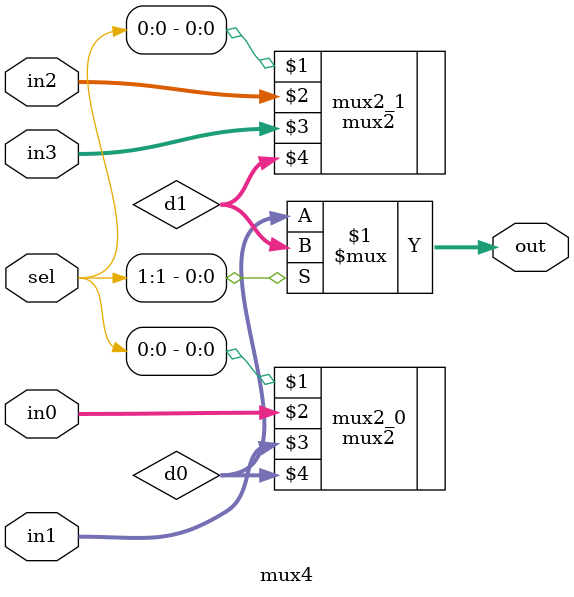
<source format=sv>
module mux4 #(parameter WIDTH=32)
(
    input logic [1:0] sel,
    input logic [WIDTH-1:0] in0,
    input logic [WIDTH-1:0] in1,
    input logic [WIDTH-1:0] in2,
    input logic [WIDTH-1:0] in3,
    output logic [WIDTH-1:0] out
);

logic [WIDTH-1:0] d0, d1;

mux2 #(32) mux2_0(sel[0], in0, in1, d0);
mux2 #(32) mux2_1(sel[0], in2, in3, d1);
assign out = sel[1] ? d1 : d0;

endmodule
</source>
